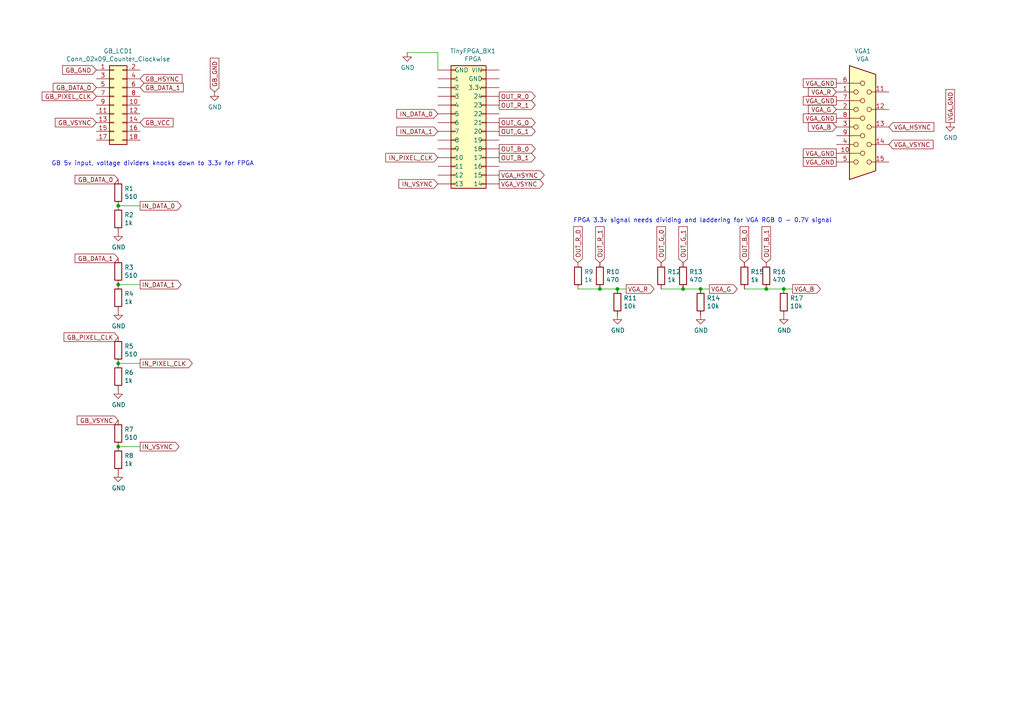
<source format=kicad_sch>
(kicad_sch (version 20211123) (generator eeschema)
  (paper "A4")
  (title_block (title "GameBoy LCD to VGA") (rev "1.0") (company "Nick Palmer"))
  (lib_symbols
    (symbol "Connector:DB15_Female_HighDensity" (pin_names (offset 1.016) hide)
      (property "Reference" "J" (at 0 21.59 0))
      (property "Value" "DB15_Female_HighDensity" (at 0 19.05 0))
      (symbol "DB15_Female_HighDensity_0_1"
        (circle (center -1.905 -10.16) (radius 0.635))
        (circle (center -1.905 -5.08) (radius 0.635))
        (circle (center -1.905 0) (radius 0.635))
        (circle (center -1.905 5.08) (radius 0.635))
        (circle (center -1.905 10.16) (radius 0.635))
        (circle (center 0 -7.62) (radius 0.635))
        (circle (center 0 -2.54) (radius 0.635))
        (polyline (pts (xy -3.175 7.62) (xy -0.635 7.62)))
        (polyline (pts (xy -0.635 -7.62) (xy -3.175 -7.62)))
        (polyline (pts (xy -0.635 -2.54) (xy -3.175 -2.54)))
        (polyline (pts (xy -0.635 2.54) (xy -3.175 2.54)))
        (polyline (pts (xy -0.635 12.7) (xy -3.175 12.7)))
        (polyline (pts (xy -3.81 17.78) (xy -3.81 -15.24) (xy 3.81 -12.7) (xy 3.81 15.24) (xy -3.81 17.78)) (stroke (width 0.254)) (fill (type background)))
        (circle (center 0 2.54) (radius 0.635))
        (circle (center 0 7.62) (radius 0.635))
        (circle (center 0 12.7) (radius 0.635))
        (circle (center 1.905 -10.16) (radius 0.635))
        (circle (center 1.905 -5.08) (radius 0.635))
        (circle (center 1.905 0) (radius 0.635))
        (circle (center 1.905 5.08) (radius 0.635))
        (circle (center 1.905 10.16) (radius 0.635))
      )
      (symbol "DB15_Female_HighDensity_1_1"
        (pin passive line (at -7.62 10.16 0) (length 5.08) (name "~") (number "1"))
        (pin passive line (at -7.62 -7.62 0) (length 5.08) (name "~") (number "10"))
        (pin passive line (at 7.62 10.16 180) (length 5.08) (name "~") (number "11"))
        (pin passive line (at 7.62 5.08 180) (length 5.08) (name "~") (number "12"))
        (pin passive line (at 7.62 0 180) (length 5.08) (name "~") (number "13"))
        (pin passive line (at 7.62 -5.08 180) (length 5.08) (name "~") (number "14"))
        (pin passive line (at 7.62 -10.16 180) (length 5.08) (name "~") (number "15"))
        (pin passive line (at -7.62 5.08 0) (length 5.08) (name "~") (number "2"))
        (pin passive line (at -7.62 0 0) (length 5.08) (name "~") (number "3"))
        (pin passive line (at -7.62 -5.08 0) (length 5.08) (name "~") (number "4"))
        (pin passive line (at -7.62 -10.16 0) (length 5.08) (name "~") (number "5"))
        (pin passive line (at -7.62 12.7 0) (length 5.08) (name "~") (number "6"))
        (pin passive line (at -7.62 7.62 0) (length 5.08) (name "~") (number "7"))
        (pin passive line (at -7.62 2.54 0) (length 5.08) (name "~") (number "8"))
        (pin passive line (at -7.62 -2.54 0) (length 5.08) (name "~") (number "9"))
      )
    )
    (symbol "Connector_Generic:Conn_02x09_Odd_Even" (pin_names (offset 1.016) hide)
      (property "Reference" "J" (at 1.27 12.7 0))
      (property "Value" "Conn_02x09_Odd_Even" (at 1.27 -12.7 0))
      (symbol "Conn_02x09_Odd_Even_1_1"
        (rectangle (start -1.27 -10.033) (end 0 -10.287) (stroke (width 0.1524)))
        (rectangle (start -1.27 -7.493) (end 0 -7.747) (stroke (width 0.1524)))
        (rectangle (start -1.27 -4.953) (end 0 -5.207) (stroke (width 0.1524)))
        (rectangle (start -1.27 -2.413) (end 0 -2.667) (stroke (width 0.1524)))
        (rectangle (start -1.27 0.127) (end 0 -0.127) (stroke (width 0.1524)))
        (rectangle (start -1.27 2.667) (end 0 2.413) (stroke (width 0.1524)))
        (rectangle (start -1.27 5.207) (end 0 4.953) (stroke (width 0.1524)))
        (rectangle (start -1.27 7.747) (end 0 7.493) (stroke (width 0.1524)))
        (rectangle (start -1.27 10.287) (end 0 10.033) (stroke (width 0.1524)))
        (rectangle (start -1.27 11.43) (end 3.81 -11.43) (stroke (width 0.254)) (fill (type background)))
        (rectangle (start 3.81 -10.033) (end 2.54 -10.287) (stroke (width 0.1524)))
        (rectangle (start 3.81 -7.493) (end 2.54 -7.747) (stroke (width 0.1524)))
        (rectangle (start 3.81 -4.953) (end 2.54 -5.207) (stroke (width 0.1524)))
        (rectangle (start 3.81 -2.413) (end 2.54 -2.667) (stroke (width 0.1524)))
        (rectangle (start 3.81 0.127) (end 2.54 -0.127) (stroke (width 0.1524)))
        (rectangle (start 3.81 2.667) (end 2.54 2.413) (stroke (width 0.1524)))
        (rectangle (start 3.81 5.207) (end 2.54 4.953) (stroke (width 0.1524)))
        (rectangle (start 3.81 7.747) (end 2.54 7.493) (stroke (width 0.1524)))
        (rectangle (start 3.81 10.287) (end 2.54 10.033) (stroke (width 0.1524)))
        (pin passive line (at -5.08 10.16 0) (length 3.81) (name "Pin_1") (number "1"))
        (pin passive line (at 7.62 0 180) (length 3.81) (name "Pin_10") (number "10"))
        (pin passive line (at -5.08 -2.54 0) (length 3.81) (name "Pin_11") (number "11"))
        (pin passive line (at 7.62 -2.54 180) (length 3.81) (name "Pin_12") (number "12"))
        (pin passive line (at -5.08 -5.08 0) (length 3.81) (name "Pin_13") (number "13"))
        (pin passive line (at 7.62 -5.08 180) (length 3.81) (name "Pin_14") (number "14"))
        (pin passive line (at -5.08 -7.62 0) (length 3.81) (name "Pin_15") (number "15"))
        (pin passive line (at 7.62 -7.62 180) (length 3.81) (name "Pin_16") (number "16"))
        (pin passive line (at -5.08 -10.16 0) (length 3.81) (name "Pin_17") (number "17"))
        (pin passive line (at 7.62 -10.16 180) (length 3.81) (name "Pin_18") (number "18"))
        (pin passive line (at 7.62 10.16 180) (length 3.81) (name "Pin_2") (number "2"))
        (pin passive line (at -5.08 7.62 0) (length 3.81) (name "Pin_3") (number "3"))
        (pin passive line (at 7.62 7.62 180) (length 3.81) (name "Pin_4") (number "4"))
        (pin passive line (at -5.08 5.08 0) (length 3.81) (name "Pin_5") (number "5"))
        (pin passive line (at 7.62 5.08 180) (length 3.81) (name "Pin_6") (number "6"))
        (pin passive line (at -5.08 2.54 0) (length 3.81) (name "Pin_7") (number "7"))
        (pin passive line (at 7.62 2.54 180) (length 3.81) (name "Pin_8") (number "8"))
        (pin passive line (at -5.08 0 0) (length 3.81) (name "Pin_9") (number "9"))
      )
    )
    (symbol "Device:R" (pin_numbers hide) (pin_names (offset 0))
      (property "Reference" "R" (at 2.032 0 90))
      (property "Value" "R" (at 0 0 90))
      (symbol "R_0_1"
        (rectangle (start -1.016 -2.54) (end 1.016 2.54) (stroke (width 0.254)))
      )
      (symbol "R_1_1"
        (pin passive line (at 0 3.81 270) (length 1.27) (name "~") (number "1"))
        (pin passive line (at 0 -3.81 90) (length 1.27) (name "~") (number "2"))
      )
    )
    (symbol "fpga-gb-framebuffer-rescue:GND-Power" (power) (pin_names (offset 0))
      (property "Value" "GND-Power" (at 0 -3.81 0))
      (symbol "GND-Power_0_1"
        (polyline (pts (xy 0 0) (xy 0 -1.27) (xy 1.27 -1.27) (xy 0 -2.54) (xy -1.27 -1.27) (xy 0 -1.27)))
      )
      (symbol "GND-Power_1_1"
        (pin power_in line (at 0 0 270) (length 0) hide (name "GND") (number "1"))
      )
    )
    (symbol "fpga-gb-framebuffer-rescue:TinyFPGA_BX-TinyFPGA_BX" (pin_numbers hide) (pin_names (offset 1.016))
      (property "Reference" "J" (at 0 17.78 0))
      (property "Value" "TinyFPGA_BX-TinyFPGA_BX" (at 0 -20.32 0))
      (symbol "TinyFPGA_BX-TinyFPGA_BX_1_1"
        (rectangle (start -5.08 -17.653) (end -3.81 -17.907) (stroke (width 0.1524)))
        (rectangle (start -5.08 -15.113) (end -3.81 -15.367) (stroke (width 0.1524)))
        (rectangle (start -5.08 -12.573) (end -3.81 -12.827) (stroke (width 0.1524)))
        (rectangle (start -5.08 -10.033) (end -3.81 -10.287) (stroke (width 0.1524)))
        (rectangle (start -5.08 -7.493) (end -3.81 -7.747) (stroke (width 0.1524)))
        (rectangle (start -5.08 -4.953) (end -3.81 -5.207) (stroke (width 0.1524)))
        (rectangle (start -5.08 -2.413) (end -3.81 -2.667) (stroke (width 0.1524)))
        (rectangle (start -5.08 0.127) (end -3.81 -0.127) (stroke (width 0.1524)))
        (rectangle (start -5.08 2.667) (end -3.81 2.413) (stroke (width 0.1524)))
        (rectangle (start -5.08 5.207) (end -3.81 4.953) (stroke (width 0.1524)))
        (rectangle (start -5.08 7.747) (end -3.81 7.493) (stroke (width 0.1524)))
        (rectangle (start -5.08 10.287) (end -3.81 10.033) (stroke (width 0.1524)))
        (rectangle (start -5.08 12.827) (end -3.81 12.573) (stroke (width 0.1524)))
        (rectangle (start -5.08 15.367) (end -3.81 15.113) (stroke (width 0.1524)))
        (rectangle (start -5.08 16.51) (end 5.08 -19.05) (stroke (width 0.254)) (fill (type background)))
        (rectangle (start 5.08 -17.653) (end 3.81 -17.907) (stroke (width 0.1524)))
        (rectangle (start 5.08 -15.113) (end 3.81 -15.367) (stroke (width 0.1524)))
        (rectangle (start 5.08 -12.573) (end 3.81 -12.827) (stroke (width 0.1524)))
        (rectangle (start 5.08 -10.033) (end 3.81 -10.287) (stroke (width 0.1524)))
        (rectangle (start 5.08 -7.493) (end 3.81 -7.747) (stroke (width 0.1524)))
        (rectangle (start 5.08 -4.953) (end 3.81 -5.207) (stroke (width 0.1524)))
        (rectangle (start 5.08 -2.413) (end 3.81 -2.667) (stroke (width 0.1524)))
        (rectangle (start 5.08 0.127) (end 3.81 -0.127) (stroke (width 0.1524)))
        (rectangle (start 5.08 2.667) (end 3.81 2.413) (stroke (width 0.1524)))
        (rectangle (start 5.08 5.207) (end 3.81 4.953) (stroke (width 0.1524)))
        (rectangle (start 5.08 7.747) (end 3.81 7.493) (stroke (width 0.1524)))
        (rectangle (start 5.08 10.287) (end 3.81 10.033) (stroke (width 0.1524)))
        (rectangle (start 5.08 12.827) (end 3.81 12.573) (stroke (width 0.1524)))
        (rectangle (start 5.08 15.367) (end 3.81 15.113) (stroke (width 0.1524)))
        (pin passive line (at -8.89 15.24 0) (length 3.81) (name "GND") (number "1"))
        (pin passive line (at -8.89 -7.62 0) (length 3.81) (name "9") (number "10"))
        (pin passive line (at -8.89 -10.16 0) (length 3.81) (name "10") (number "11"))
        (pin passive line (at -8.89 -12.7 0) (length 3.81) (name "11") (number "12"))
        (pin passive line (at -8.89 -15.24 0) (length 3.81) (name "12") (number "13"))
        (pin passive line (at -8.89 -17.78 0) (length 3.81) (name "13") (number "14"))
        (pin passive line (at 8.89 -17.78 180) (length 3.81) (name "14") (number "15"))
        (pin passive line (at 8.89 -15.24 180) (length 3.81) (name "15") (number "16"))
        (pin passive line (at 8.89 -12.7 180) (length 3.81) (name "16") (number "17"))
        (pin passive line (at 8.89 -10.16 180) (length 3.81) (name "17") (number "18"))
        (pin passive line (at 8.89 -7.62 180) (length 3.81) (name "18") (number "19"))
        (pin passive line (at -8.89 12.7 0) (length 3.81) (name "1") (number "2"))
        (pin passive line (at 8.89 -5.08 180) (length 3.81) (name "19") (number "20"))
        (pin passive line (at 8.89 -2.54 180) (length 3.81) (name "20") (number "21"))
        (pin passive line (at 8.89 0 180) (length 3.81) (name "21") (number "22"))
        (pin passive line (at 8.89 2.54 180) (length 3.81) (name "22") (number "23"))
        (pin passive line (at 8.89 5.08 180) (length 3.81) (name "23") (number "24"))
        (pin passive line (at 8.89 7.62 180) (length 3.81) (name "24") (number "25"))
        (pin passive line (at 8.89 10.16 180) (length 3.81) (name "3.3v") (number "26"))
        (pin passive line (at 8.89 12.7 180) (length 3.81) (name "GND") (number "27"))
        (pin passive line (at 8.89 15.24 180) (length 3.81) (name "VIN") (number "28"))
        (pin passive line (at -8.89 10.16 0) (length 3.81) (name "2") (number "3"))
        (pin passive line (at -8.89 7.62 0) (length 3.81) (name "3") (number "4"))
        (pin passive line (at -8.89 5.08 0) (length 3.81) (name "4") (number "5"))
        (pin passive line (at -8.89 2.54 0) (length 3.81) (name "5") (number "6"))
        (pin passive line (at -8.89 0 0) (length 3.81) (name "6") (number "7"))
        (pin passive line (at -8.89 -2.54 0) (length 3.81) (name "7") (number "8"))
        (pin passive line (at -8.89 -5.08 0) (length 3.81) (name "8") (number "9"))
      )
    )
  )
  (junction (at 34.29 105.41))
  (junction (at 34.29 82.55))
  (junction (at 198.12 83.82))
  (junction (at 34.29 129.54))
  (junction (at 227.33 83.82))
  (junction (at 34.29 59.69))
  (junction (at 222.25 83.82))
  (junction (at 203.2 83.82))
  (junction (at 173.99 83.82))
  (junction (at 179.07 83.82))
  (wire (pts (xy 34.29 129.54) (xy 40.64 129.54)))
  (wire (pts (xy 215.9 83.82) (xy 222.25 83.82)))
  (wire (pts (xy 34.29 105.41) (xy 40.64 105.41)))
  (wire (pts (xy 205.74 83.82) (xy 203.2 83.82)))
  (wire (pts (xy 34.29 82.55) (xy 40.64 82.55)))
  (wire (pts (xy 191.77 83.82) (xy 198.12 83.82)))
  (wire (pts (xy 127 15.24) (xy 127 20.32)))
  (wire (pts (xy 34.29 59.69) (xy 40.64 59.69)))
  (wire (pts (xy 229.87 83.82) (xy 227.33 83.82)))
  (wire (pts (xy 203.2 83.82) (xy 198.12 83.82)))
  (wire (pts (xy 227.33 83.82) (xy 222.25 83.82)))
  (wire (pts (xy 118.11 15.24) (xy 127 15.24)))
  (wire (pts (xy 179.07 83.82) (xy 173.99 83.82)))
  (wire (pts (xy 167.64 83.82) (xy 173.99 83.82)))
  (wire (pts (xy 181.61 83.82) (xy 179.07 83.82)))
  (text "GB 5v input, voltage dividers knocks down to 3.3v for FPGA" (at 73.66 48.26 180) (effects (font (size 1.27 1.27)) (justify right bottom)))
  (text "FPGA 3.3v signal needs dividing and laddering for VGA RGB 0 - 0.7V signal" (at 241.3 64.77 180) (effects (font (size 1.27 1.27)) (justify right bottom)))
  (global_label "GB_VSYNC" (shape input) (at 27.94 35.56 180) (property "Intersheet References" "${INTERSHEET_REFS}" (effects hide)))
  (global_label "VGA_R" (shape input) (at 242.57 26.67 180) (property "Intersheet References" "${INTERSHEET_REFS}" (effects hide)))
  (global_label "IN_PIXEL_CLK" (shape input) (at 127 45.72 180) (property "Intersheet References" "${INTERSHEET_REFS}" (effects hide)))
  (global_label "OUT_G_1" (shape input) (at 198.12 76.2 90) (property "Intersheet References" "${INTERSHEET_REFS}" (effects hide)))
  (global_label "IN_VSYNC" (shape output) (at 40.64 129.54 0) (property "Intersheet References" "${INTERSHEET_REFS}" (effects hide)))
  (global_label "IN_VSYNC" (shape input) (at 127 53.34 180) (property "Intersheet References" "${INTERSHEET_REFS}" (effects hide)))
  (global_label "GB_HSYNC" (shape input) (at 40.64 22.86 0) (property "Intersheet References" "${INTERSHEET_REFS}" (effects hide)))
  (global_label "OUT_R_0" (shape output) (at 144.78 27.94 0) (property "Intersheet References" "${INTERSHEET_REFS}" (effects hide)))
  (global_label "VGA_GND" (shape passive) (at 242.57 46.99 180) (property "Intersheet References" "${INTERSHEET_REFS}" (effects hide)))
  (global_label "VGA_B" (shape input) (at 242.57 36.83 180) (property "Intersheet References" "${INTERSHEET_REFS}" (effects hide)))
  (global_label "VGA_HSYNC" (shape output) (at 144.78 50.8 0) (property "Intersheet References" "${INTERSHEET_REFS}" (effects hide)))
  (global_label "GB_GND" (shape input) (at 27.94 20.32 180) (property "Intersheet References" "${INTERSHEET_REFS}" (effects hide)))
  (global_label "OUT_G_0" (shape input) (at 191.77 76.2 90) (property "Intersheet References" "${INTERSHEET_REFS}" (effects hide)))
  (global_label "GB_PIXEL_CLK" (shape input) (at 27.94 27.94 180) (property "Intersheet References" "${INTERSHEET_REFS}" (effects hide)))
  (global_label "OUT_R_1" (shape output) (at 144.78 30.48 0) (property "Intersheet References" "${INTERSHEET_REFS}" (effects hide)))
  (global_label "OUT_B_0" (shape input) (at 215.9 76.2 90) (property "Intersheet References" "${INTERSHEET_REFS}" (effects hide)))
  (global_label "GB_DATA_0" (shape input) (at 34.29 52.07 180) (property "Intersheet References" "${INTERSHEET_REFS}" (effects hide)))
  (global_label "VGA_GND" (shape passive) (at 242.57 34.29 180) (property "Intersheet References" "${INTERSHEET_REFS}" (effects hide)))
  (global_label "OUT_G_0" (shape output) (at 144.78 35.56 0) (property "Intersheet References" "${INTERSHEET_REFS}" (effects hide)))
  (global_label "OUT_B_0" (shape output) (at 144.78 43.18 0) (property "Intersheet References" "${INTERSHEET_REFS}" (effects hide)))
  (global_label "GB_DATA_0" (shape input) (at 27.94 25.4 180) (property "Intersheet References" "${INTERSHEET_REFS}" (effects hide)))
  (global_label "VGA_GND" (shape passive) (at 242.57 29.21 180) (property "Intersheet References" "${INTERSHEET_REFS}" (effects hide)))
  (global_label "VGA_VSYNC" (shape output) (at 144.78 53.34 0) (property "Intersheet References" "${INTERSHEET_REFS}" (effects hide)))
  (global_label "IN_PIXEL_CLK" (shape output) (at 40.64 105.41 0) (property "Intersheet References" "${INTERSHEET_REFS}" (effects hide)))
  (global_label "OUT_B_1" (shape input) (at 222.25 76.2 90) (property "Intersheet References" "${INTERSHEET_REFS}" (effects hide)))
  (global_label "IN_DATA_1" (shape input) (at 127 38.1 180) (property "Intersheet References" "${INTERSHEET_REFS}" (effects hide)))
  (global_label "OUT_R_1" (shape input) (at 173.99 76.2 90) (property "Intersheet References" "${INTERSHEET_REFS}" (effects hide)))
  (global_label "GB_DATA_1" (shape input) (at 34.29 74.93 180) (property "Intersheet References" "${INTERSHEET_REFS}" (effects hide)))
  (global_label "OUT_G_1" (shape output) (at 144.78 38.1 0) (property "Intersheet References" "${INTERSHEET_REFS}" (effects hide)))
  (global_label "VGA_B" (shape output) (at 229.87 83.82 0) (property "Intersheet References" "${INTERSHEET_REFS}" (effects hide)))
  (global_label "VGA_GND" (shape passive) (at 242.57 44.45 180) (property "Intersheet References" "${INTERSHEET_REFS}" (effects hide)))
  (global_label "GB_GND" (shape input) (at 62.23 26.67 90) (property "Intersheet References" "${INTERSHEET_REFS}" (effects hide)))
  (global_label "VGA_R" (shape output) (at 181.61 83.82 0) (property "Intersheet References" "${INTERSHEET_REFS}" (effects hide)))
  (global_label "GB_DATA_1" (shape input) (at 40.64 25.4 0) (property "Intersheet References" "${INTERSHEET_REFS}" (effects hide)))
  (global_label "GB_PIXEL_CLK" (shape input) (at 34.29 97.79 180) (property "Intersheet References" "${INTERSHEET_REFS}" (effects hide)))
  (global_label "IN_DATA_1" (shape output) (at 40.64 82.55 0) (property "Intersheet References" "${INTERSHEET_REFS}" (effects hide)))
  (global_label "VGA_GND" (shape passive) (at 275.59 35.56 90) (property "Intersheet References" "${INTERSHEET_REFS}" (effects hide)))
  (global_label "OUT_B_1" (shape output) (at 144.78 45.72 0) (property "Intersheet References" "${INTERSHEET_REFS}" (effects hide)))
  (global_label "IN_DATA_0" (shape output) (at 40.64 59.69 0) (property "Intersheet References" "${INTERSHEET_REFS}" (effects hide)))
  (global_label "GB_VSYNC" (shape input) (at 34.29 121.92 180) (property "Intersheet References" "${INTERSHEET_REFS}" (effects hide)))
  (global_label "VGA_VSYNC" (shape input) (at 257.81 41.91 0) (property "Intersheet References" "${INTERSHEET_REFS}" (effects hide)))
  (global_label "VGA_G" (shape output) (at 205.74 83.82 0) (property "Intersheet References" "${INTERSHEET_REFS}" (effects hide)))
  (global_label "VGA_HSYNC" (shape input) (at 257.81 36.83 0) (property "Intersheet References" "${INTERSHEET_REFS}" (effects hide)))
  (global_label "GB_VCC" (shape input) (at 40.64 35.56 0) (property "Intersheet References" "${INTERSHEET_REFS}" (effects hide)))
  (global_label "IN_DATA_0" (shape input) (at 127 33.02 180) (property "Intersheet References" "${INTERSHEET_REFS}" (effects hide)))
  (global_label "VGA_G" (shape input) (at 242.57 31.75 180) (property "Intersheet References" "${INTERSHEET_REFS}" (effects hide)))
  (global_label "VGA_GND" (shape passive) (at 242.57 24.13 180) (property "Intersheet References" "${INTERSHEET_REFS}" (effects hide)))
  (global_label "OUT_R_0" (shape input) (at 167.64 76.2 90) (property "Intersheet References" "${INTERSHEET_REFS}" (effects hide)))
  (symbol (lib_id "Connector_Generic:Conn_02x09_Odd_Even") (at 33.02 30.48 0) (unit 1)
    (property "Reference" "GB_LCD1" (at 34.29 14.8082 0))
    (property "Value" "Conn_02x09_Counter_Clockwise" (at 34.29 17.1196 0))
    (property "Footprint" "library:PinHeader_2x09_P2.54mm_Vertical" (effects hide))
  )
  (symbol (lib_id "Device:R") (at 34.29 55.88 0) (unit 1)
    (property "Reference" "R1" (at 36.068 54.7116 0) (effects (justify left)))
    (property "Value" "510" (at 36.068 57.023 0) (effects (justify left)))
    (property "Footprint" "library:R_Axial_DIN0204_L3.6mm_D1.6mm_P7.62mm_Horizontal" (effects hide))
    (property "Spice_Primitive" "R" (effects hide))
    (property "Spice_Model" "510" (effects hide))
    (property "Spice_Netlist_Enabled" "Y" (effects hide))
  )
  (symbol (lib_id "Device:R") (at 34.29 63.5 0) (unit 1)
    (property "Reference" "R2" (at 36.068 62.3316 0) (effects (justify left)))
    (property "Value" "1k" (at 36.068 64.643 0) (effects (justify left)))
    (property "Footprint" "library:R_Axial_DIN0204_L3.6mm_D1.6mm_P7.62mm_Horizontal" (effects hide))
    (property "Spice_Primitive" "R" (effects hide))
    (property "Spice_Model" "1k" (effects hide))
    (property "Spice_Netlist_Enabled" "Y" (effects hide))
  )
  (symbol (lib_id "fpga-gb-framebuffer-rescue:GND-Power") (at 34.29 67.31 0) (unit 1)
    (property "Reference" "#PWR0101" (effects hide))
    (property "Value" "GND" (at 34.417 71.7042 0))
  )
  (symbol (lib_id "fpga-gb-framebuffer-rescue:GND-Power") (at 62.23 26.67 0) (unit 1)
    (property "Reference" "#PWR0102" (effects hide))
    (property "Value" "GND" (at 62.357 31.0642 0))
  )
  (symbol (lib_id "Device:R") (at 34.29 101.6 0) (unit 1)
    (property "Reference" "R5" (at 36.068 100.4316 0) (effects (justify left)))
    (property "Value" "510" (at 36.068 102.743 0) (effects (justify left)))
    (property "Footprint" "library:R_Axial_DIN0204_L3.6mm_D1.6mm_P7.62mm_Horizontal" (effects hide))
    (property "Spice_Primitive" "R" (effects hide))
    (property "Spice_Model" "510" (effects hide))
    (property "Spice_Netlist_Enabled" "Y" (effects hide))
  )
  (symbol (lib_id "Device:R") (at 34.29 109.22 0) (unit 1)
    (property "Reference" "R6" (at 36.068 108.0516 0) (effects (justify left)))
    (property "Value" "1k" (at 36.068 110.363 0) (effects (justify left)))
    (property "Footprint" "library:R_Axial_DIN0204_L3.6mm_D1.6mm_P7.62mm_Horizontal" (effects hide))
    (property "Spice_Primitive" "R" (effects hide))
    (property "Spice_Model" "1k" (effects hide))
    (property "Spice_Netlist_Enabled" "Y" (effects hide))
  )
  (symbol (lib_id "fpga-gb-framebuffer-rescue:GND-Power") (at 34.29 113.03 0) (unit 1)
    (property "Reference" "#PWR0103" (effects hide))
    (property "Value" "GND" (at 34.417 117.4242 0))
  )
  (symbol (lib_id "Device:R") (at 34.29 78.74 0) (unit 1)
    (property "Reference" "R3" (at 36.068 77.5716 0) (effects (justify left)))
    (property "Value" "510" (at 36.068 79.883 0) (effects (justify left)))
    (property "Footprint" "library:R_Axial_DIN0204_L3.6mm_D1.6mm_P7.62mm_Horizontal" (effects hide))
    (property "Spice_Primitive" "R" (effects hide))
    (property "Spice_Model" "510" (effects hide))
    (property "Spice_Netlist_Enabled" "Y" (effects hide))
  )
  (symbol (lib_id "Device:R") (at 34.29 86.36 0) (unit 1)
    (property "Reference" "R4" (at 36.068 85.1916 0) (effects (justify left)))
    (property "Value" "1k" (at 36.068 87.503 0) (effects (justify left)))
    (property "Footprint" "library:R_Axial_DIN0204_L3.6mm_D1.6mm_P7.62mm_Horizontal" (effects hide))
    (property "Spice_Primitive" "R" (effects hide))
    (property "Spice_Model" "1k" (effects hide))
    (property "Spice_Netlist_Enabled" "Y" (effects hide))
  )
  (symbol (lib_id "fpga-gb-framebuffer-rescue:GND-Power") (at 34.29 90.17 0) (unit 1)
    (property "Reference" "#PWR0104" (effects hide))
    (property "Value" "GND" (at 34.417 94.5642 0))
  )
  (symbol (lib_id "fpga-gb-framebuffer-rescue:TinyFPGA_BX-TinyFPGA_BX") (at 135.89 35.56 0) (unit 1)
    (property "Reference" "TinyFPGA_BX1" (at 137.16 14.8082 0))
    (property "Value" "FPGA" (at 137.16 17.1196 0))
    (property "Footprint" "pcb:TinyFPGA_BX" (effects hide))
  )
  (symbol (lib_id "fpga-gb-framebuffer-rescue:GND-Power") (at 118.11 15.24 0) (unit 1)
    (property "Reference" "#PWR0105" (effects hide))
    (property "Value" "GND" (at 118.237 19.6342 0))
  )
  (symbol (lib_id "Connector:DB15_Female_HighDensity") (at 250.19 36.83 0) (unit 1)
    (property "Reference" "VGA1" (at 250.19 14.8082 0))
    (property "Value" "VGA" (at 250.19 17.1196 0))
    (property "Footprint" "library:DSUB-15-HD_Female_Vertical_P2.29x1.98mm_MountingHoles" (effects hide))
  )
  (symbol (lib_id "Device:R") (at 34.29 125.73 0) (unit 1)
    (property "Reference" "R7" (at 36.068 124.5616 0) (effects (justify left)))
    (property "Value" "510" (at 36.068 126.873 0) (effects (justify left)))
    (property "Footprint" "library:R_Axial_DIN0204_L3.6mm_D1.6mm_P7.62mm_Horizontal" (effects hide))
    (property "Spice_Primitive" "R" (effects hide))
    (property "Spice_Model" "510" (effects hide))
    (property "Spice_Netlist_Enabled" "Y" (effects hide))
  )
  (symbol (lib_id "Device:R") (at 34.29 133.35 0) (unit 1)
    (property "Reference" "R8" (at 36.068 132.1816 0) (effects (justify left)))
    (property "Value" "1k" (at 36.068 134.493 0) (effects (justify left)))
    (property "Footprint" "library:R_Axial_DIN0204_L3.6mm_D1.6mm_P7.62mm_Horizontal" (effects hide))
    (property "Spice_Primitive" "R" (effects hide))
    (property "Spice_Model" "1k" (effects hide))
    (property "Spice_Netlist_Enabled" "Y" (effects hide))
  )
  (symbol (lib_id "fpga-gb-framebuffer-rescue:GND-Power") (at 34.29 137.16 0) (unit 1)
    (property "Reference" "#PWR0106" (effects hide))
    (property "Value" "GND" (at 34.417 141.5542 0))
  )
  (symbol (lib_id "fpga-gb-framebuffer-rescue:GND-Power") (at 275.59 35.56 0) (unit 1)
    (property "Reference" "#PWR0107" (effects hide))
    (property "Value" "GND" (at 275.717 39.9542 0))
  )
  (symbol (lib_id "Device:R") (at 173.99 80.01 0) (unit 1)
    (property "Reference" "R10" (at 175.768 78.8416 0) (effects (justify left)))
    (property "Value" "470" (at 175.768 81.153 0) (effects (justify left)))
    (property "Footprint" "library:R_Axial_DIN0204_L3.6mm_D1.6mm_P7.62mm_Horizontal" (effects hide))
  )
  (symbol (lib_id "Device:R") (at 167.64 80.01 0) (unit 1)
    (property "Reference" "R9" (at 169.418 78.8416 0) (effects (justify left)))
    (property "Value" "1k" (at 169.418 81.153 0) (effects (justify left)))
    (property "Footprint" "library:R_Axial_DIN0204_L3.6mm_D1.6mm_P7.62mm_Horizontal" (effects hide))
  )
  (symbol (lib_id "Device:R") (at 179.07 87.63 0) (unit 1)
    (property "Reference" "R11" (at 180.848 86.4616 0) (effects (justify left)))
    (property "Value" "10k" (at 180.848 88.773 0) (effects (justify left)))
    (property "Footprint" "library:R_Axial_DIN0204_L3.6mm_D1.6mm_P7.62mm_Horizontal" (effects hide))
  )
  (symbol (lib_id "fpga-gb-framebuffer-rescue:GND-Power") (at 179.07 91.44 0) (unit 1)
    (property "Reference" "#PWR0108" (effects hide))
    (property "Value" "GND" (at 179.197 95.8342 0))
  )
  (symbol (lib_id "Device:R") (at 198.12 80.01 0) (unit 1)
    (property "Reference" "R13" (at 199.898 78.8416 0) (effects (justify left)))
    (property "Value" "470" (at 199.898 81.153 0) (effects (justify left)))
    (property "Footprint" "library:R_Axial_DIN0204_L3.6mm_D1.6mm_P7.62mm_Horizontal" (effects hide))
  )
  (symbol (lib_id "Device:R") (at 191.77 80.01 0) (unit 1)
    (property "Reference" "R12" (at 193.548 78.8416 0) (effects (justify left)))
    (property "Value" "1k" (at 193.548 81.153 0) (effects (justify left)))
    (property "Footprint" "library:R_Axial_DIN0204_L3.6mm_D1.6mm_P7.62mm_Horizontal" (effects hide))
  )
  (symbol (lib_id "Device:R") (at 203.2 87.63 0) (unit 1)
    (property "Reference" "R14" (at 204.978 86.4616 0) (effects (justify left)))
    (property "Value" "10k" (at 204.978 88.773 0) (effects (justify left)))
    (property "Footprint" "library:R_Axial_DIN0204_L3.6mm_D1.6mm_P7.62mm_Horizontal" (effects hide))
  )
  (symbol (lib_id "fpga-gb-framebuffer-rescue:GND-Power") (at 203.2 91.44 0) (unit 1)
    (property "Reference" "#PWR0109" (effects hide))
    (property "Value" "GND" (at 203.327 95.8342 0))
  )
  (symbol (lib_id "Device:R") (at 222.25 80.01 0) (unit 1)
    (property "Reference" "R16" (at 224.028 78.8416 0) (effects (justify left)))
    (property "Value" "470" (at 224.028 81.153 0) (effects (justify left)))
    (property "Footprint" "library:R_Axial_DIN0204_L3.6mm_D1.6mm_P7.62mm_Horizontal" (effects hide))
  )
  (symbol (lib_id "Device:R") (at 215.9 80.01 0) (unit 1)
    (property "Reference" "R15" (at 217.678 78.8416 0) (effects (justify left)))
    (property "Value" "1k" (at 217.678 81.153 0) (effects (justify left)))
    (property "Footprint" "library:R_Axial_DIN0204_L3.6mm_D1.6mm_P7.62mm_Horizontal" (effects hide))
  )
  (symbol (lib_id "Device:R") (at 227.33 87.63 0) (unit 1)
    (property "Reference" "R17" (at 229.108 86.4616 0) (effects (justify left)))
    (property "Value" "10k" (at 229.108 88.773 0) (effects (justify left)))
    (property "Footprint" "library:R_Axial_DIN0204_L3.6mm_D1.6mm_P7.62mm_Horizontal" (effects hide))
  )
  (symbol (lib_id "fpga-gb-framebuffer-rescue:GND-Power") (at 227.33 91.44 0) (unit 1)
    (property "Reference" "#PWR0110" (effects hide))
    (property "Value" "GND" (at 227.457 95.8342 0))
  )
)
</source>
